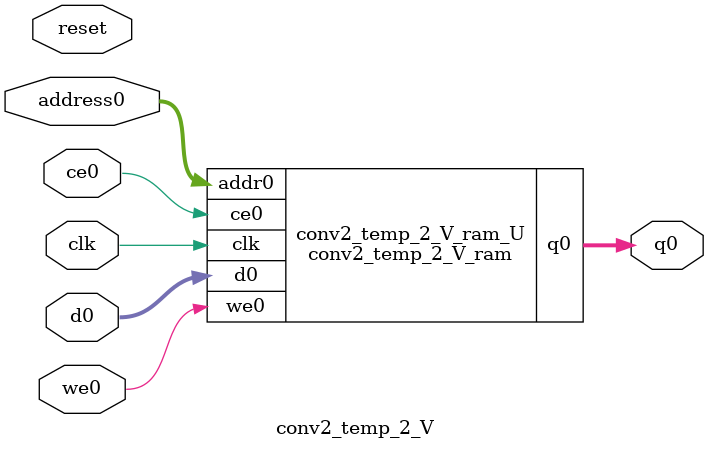
<source format=v>
`timescale 1 ns / 1 ps
module conv2_temp_2_V_ram (addr0, ce0, d0, we0, q0,  clk);

parameter DWIDTH = 8;
parameter AWIDTH = 8;
parameter MEM_SIZE = 224;

input[AWIDTH-1:0] addr0;
input ce0;
input[DWIDTH-1:0] d0;
input we0;
output reg[DWIDTH-1:0] q0;
input clk;

(* ram_style = "block" *)reg [DWIDTH-1:0] ram[0:MEM_SIZE-1];




always @(posedge clk)  
begin 
    if (ce0) begin
        if (we0) 
            ram[addr0] <= d0; 
        q0 <= ram[addr0];
    end
end


endmodule

`timescale 1 ns / 1 ps
module conv2_temp_2_V(
    reset,
    clk,
    address0,
    ce0,
    we0,
    d0,
    q0);

parameter DataWidth = 32'd8;
parameter AddressRange = 32'd224;
parameter AddressWidth = 32'd8;
input reset;
input clk;
input[AddressWidth - 1:0] address0;
input ce0;
input we0;
input[DataWidth - 1:0] d0;
output[DataWidth - 1:0] q0;



conv2_temp_2_V_ram conv2_temp_2_V_ram_U(
    .clk( clk ),
    .addr0( address0 ),
    .ce0( ce0 ),
    .we0( we0 ),
    .d0( d0 ),
    .q0( q0 ));

endmodule


</source>
